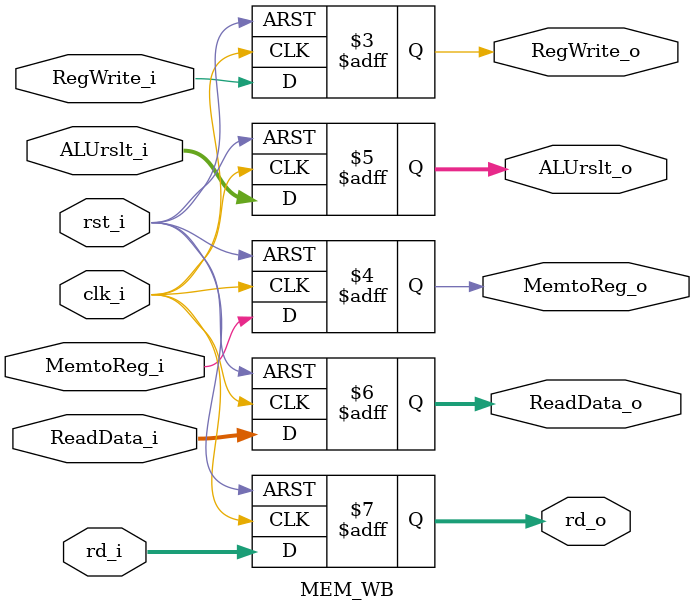
<source format=v>
module MEM_WB
(
    clk_i,
    rst_i,
    RegWrite_i,
    MemtoReg_i,
    ALUrslt_i,
    ReadData_i,
    rd_i,
    RegWrite_o,
    MemtoReg_o,
    ALUrslt_o,
    ReadData_o,
    rd_o
);

input clk_i, rst_i, RegWrite_i, MemtoReg_i;
input [4:0] rd_i;
input [31:0] ALUrslt_i, ReadData_i;
output reg RegWrite_o, MemtoReg_o;
output reg [31:0] ALUrslt_o, ReadData_o;
output reg [4:0] rd_o;

always @(posedge clk_i or negedge rst_i) begin
    if (~rst_i) begin
        RegWrite_o <= 1'b0;
        MemtoReg_o <= 1'b0;
        ALUrslt_o <= 32'b0;
        ReadData_o <= 32'b0;
        rd_o <= 5'b0;
    end
    else begin
        RegWrite_o <= RegWrite_i;
        MemtoReg_o <= MemtoReg_i;
        ALUrslt_o <= ALUrslt_i;
        ReadData_o <= ReadData_i;
        rd_o <= rd_i;
    end
end
endmodule
</source>
